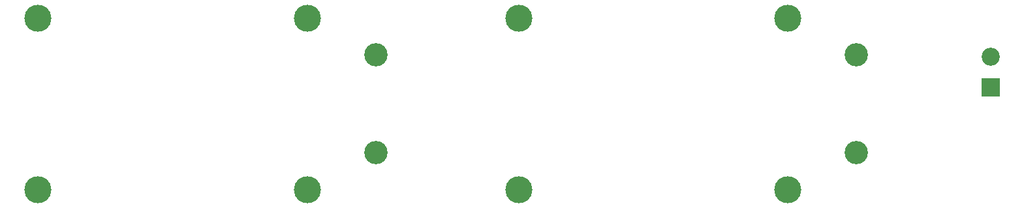
<source format=gts>
G04*
G04 #@! TF.GenerationSoftware,Altium Limited,Altium Designer,24.0.1 (36)*
G04*
G04 Layer_Color=8388736*
%FSLAX44Y44*%
%MOMM*%
G71*
G04*
G04 #@! TF.SameCoordinates,01A87E56-E8FB-47F9-89C4-8A0F53075384*
G04*
G04*
G04 #@! TF.FilePolarity,Negative*
G04*
G01*
G75*
%ADD13C,3.0226*%
%ADD14R,2.3532X2.3532*%
%ADD15C,2.3532*%
%ADD16C,3.5052*%
D13*
X1209040Y189298D02*
D03*
Y316297D02*
D03*
X585470Y189298D02*
D03*
Y316297D02*
D03*
D14*
X1383000Y274406D02*
D03*
D15*
Y314006D02*
D03*
D16*
X770890Y141672D02*
D03*
Y363923D02*
D03*
X1120140D02*
D03*
Y141672D02*
D03*
X147320D02*
D03*
Y363923D02*
D03*
X496570D02*
D03*
Y141672D02*
D03*
M02*

</source>
